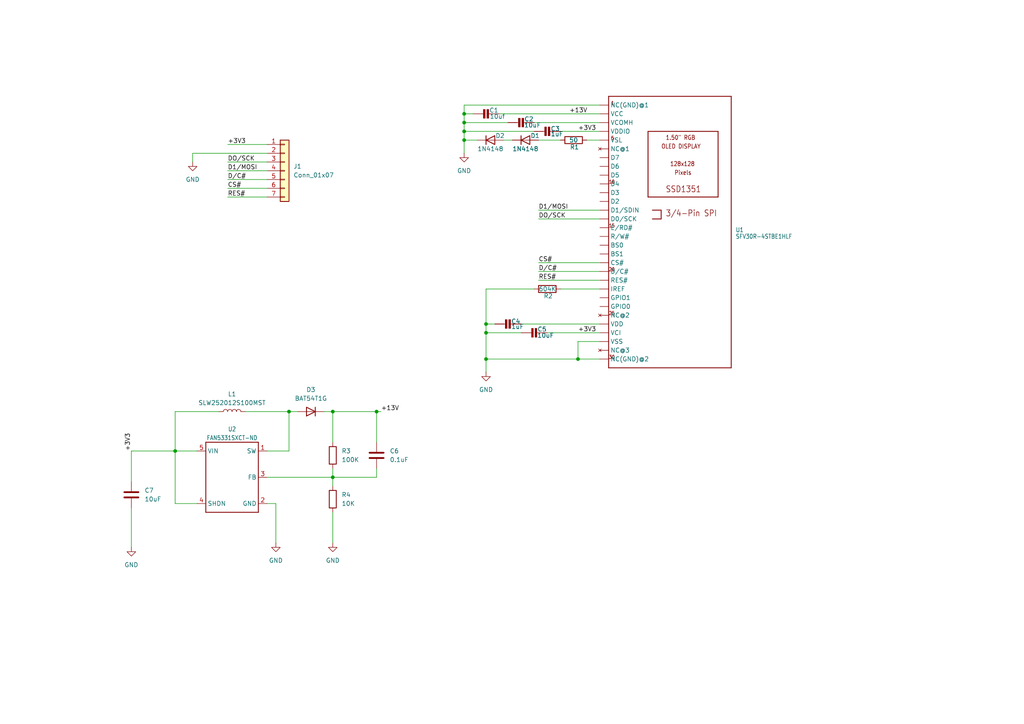
<source format=kicad_sch>
(kicad_sch (version 20231120) (generator "eeschema") (generator_version "8.0")
  (paper "A4")
  (lib_symbols
    (symbol "Connector_Generic:Conn_01x07" (pin_names (offset 1.016) hide)
      (property "Reference" "J" (at 0 10.16 0))
      (property "Value" "Conn_01x07" (at 0 -10.16 0))
      (symbol "Conn_01x07_1_1"
        (rectangle (start -1.27 -7.493) (end 0 -7.747) (stroke (width 0.1524)))
        (rectangle (start -1.27 -4.953) (end 0 -5.207) (stroke (width 0.1524)))
        (rectangle (start -1.27 -2.413) (end 0 -2.667) (stroke (width 0.1524)))
        (rectangle (start -1.27 0.127) (end 0 -0.127) (stroke (width 0.1524)))
        (rectangle (start -1.27 2.667) (end 0 2.413) (stroke (width 0.1524)))
        (rectangle (start -1.27 5.207) (end 0 4.953) (stroke (width 0.1524)))
        (rectangle (start -1.27 7.747) (end 0 7.493) (stroke (width 0.1524)))
        (rectangle (start -1.27 8.89) (end 1.27 -8.89) (stroke (width 0.254)) (fill (type background)))
        (pin passive line (at -5.08 7.62 0) (length 3.81) (name "Pin_1") (number "1"))
        (pin passive line (at -5.08 5.08 0) (length 3.81) (name "Pin_2") (number "2"))
        (pin passive line (at -5.08 2.54 0) (length 3.81) (name "Pin_3") (number "3"))
        (pin passive line (at -5.08 0 0) (length 3.81) (name "Pin_4") (number "4"))
        (pin passive line (at -5.08 -2.54 0) (length 3.81) (name "Pin_5") (number "5"))
        (pin passive line (at -5.08 -5.08 0) (length 3.81) (name "Pin_6") (number "6"))
        (pin passive line (at -5.08 -7.62 0) (length 3.81) (name "Pin_7") (number "7"))
      )
    )
    (symbol "Device:C" (pin_numbers hide) (pin_names (offset 0.254))
      (property "Reference" "C" (at 0.635 2.54 0))
      (property "Value" "C" (at 0.635 -2.54 0))
      (symbol "C_0_1"
        (polyline (pts (xy -2.032 -0.762) (xy 2.032 -0.762)) (stroke (width 0.508)))
        (polyline (pts (xy -2.032 0.762) (xy 2.032 0.762)) (stroke (width 0.508)))
      )
      (symbol "C_1_1"
        (pin passive line (at 0 3.81 270) (length 2.794) (name "~") (number "1"))
        (pin passive line (at 0 -3.81 90) (length 2.794) (name "~") (number "2"))
      )
    )
    (symbol "Device:D" (pin_numbers hide) (pin_names (offset 1.016) hide)
      (property "Reference" "D" (at 0 2.54 0))
      (property "Value" "D" (at 0 -2.54 0))
      (symbol "D_0_1"
        (polyline (pts (xy -1.27 1.27) (xy -1.27 -1.27)) (stroke (width 0.254)))
        (polyline (pts (xy 1.27 0) (xy -1.27 0)))
        (polyline (pts (xy 1.27 1.27) (xy 1.27 -1.27) (xy -1.27 0) (xy 1.27 1.27)) (stroke (width 0.254)))
      )
      (symbol "D_1_1"
        (pin passive line (at -3.81 0 0) (length 2.54) (name "K") (number "1"))
        (pin passive line (at 3.81 0 180) (length 2.54) (name "A") (number "2"))
      )
    )
    (symbol "Device:L" (pin_numbers hide) (pin_names (offset 1.016) hide)
      (property "Reference" "L" (at -1.27 0 90))
      (property "Value" "L" (at 1.905 0 90))
      (symbol "L_0_1"
        (arc (start 0 -2.54) (mid 0.6323 -1.905) (end 0 -1.27))
        (arc (start 0 -1.27) (mid 0.6323 -0.635) (end 0 0))
        (arc (start 0 0) (mid 0.6323 0.635) (end 0 1.27))
        (arc (start 0 1.27) (mid 0.6323 1.905) (end 0 2.54))
      )
      (symbol "L_1_1"
        (pin passive line (at 0 3.81 270) (length 1.27) (name "1") (number "1"))
        (pin passive line (at 0 -3.81 90) (length 1.27) (name "2") (number "2"))
      )
    )
    (symbol "Device:R" (pin_numbers hide) (pin_names (offset 0))
      (property "Reference" "R" (at 2.032 0 90))
      (property "Value" "R" (at 0 0 90))
      (symbol "R_0_1"
        (rectangle (start -1.016 -2.54) (end 1.016 2.54) (stroke (width 0.254)))
      )
      (symbol "R_1_1"
        (pin passive line (at 0 3.81 270) (length 1.27) (name "~") (number "1"))
        (pin passive line (at 0 -3.81 90) (length 1.27) (name "~") (number "2"))
      )
    )
    (symbol "SSD1351:CAP_CERAMIC_0402"
      (property "Reference" "C" (at -1.79 0.54 90))
      (symbol "CAP_CERAMIC_0402_1_0"
        (rectangle (start -1.27 0.508) (end 1.27 1.016) (fill (type outline)))
        (rectangle (start -1.27 1.524) (end 1.27 2.032) (fill (type outline)))
        (polyline (pts (xy 0 0.762) (xy 0 0)) (stroke (width 0.1524)))
        (polyline (pts (xy 0 2.54) (xy 0 1.778)) (stroke (width 0.1524)))
        (pin passive line (at 0 5.08 270) (length 2.54) (name "P$1") (number "1"))
        (pin passive line (at 0 -2.54 90) (length 2.54) (name "P$2") (number "2"))
      )
    )
    (symbol "SSD1351:CAP_CERAMIC_0805"
      (property "Reference" "C" (at -1.79 0.54 90))
      (symbol "CAP_CERAMIC_0805_1_0"
        (rectangle (start -1.27 0.508) (end 1.27 1.016) (fill (type outline)))
        (rectangle (start -1.27 1.524) (end 1.27 2.032) (fill (type outline)))
        (polyline (pts (xy 0 0.762) (xy 0 0)) (stroke (width 0.1524)))
        (polyline (pts (xy 0 2.54) (xy 0 1.778)) (stroke (width 0.1524)))
        (pin passive line (at 0 5.08 270) (length 2.54) (name "P$1") (number "1"))
        (pin passive line (at 0 -2.54 90) (length 2.54) (name "P$2") (number "2"))
      )
    )
    (symbol "SSD1351:DISP_OLED_UG-2828GDEDF11TOP"
      (property "Reference" "U1" (at 19.05 -0.6349 0))
      (property "Value" "~" (at 19.05 -2.54 0))
      (symbol "DISP_OLED_UG-2828GDEDF11TOP_1_0"
        (polyline (pts (xy -17.78 -40.64) (xy -17.78 38.1)) (stroke (width 0.254)))
        (polyline (pts (xy -17.78 38.1) (xy 17.78 38.1)) (stroke (width 0.254)))
        (polyline (pts (xy -6.35 8.89) (xy -6.35 27.94)) (stroke (width 0.254)))
        (polyline (pts (xy -6.35 27.94) (xy 13.97 27.94)) (stroke (width 0.254)))
        (polyline (pts (xy -5.08 5.08) (xy -2.54 5.08)) (stroke (width 0.254)))
        (polyline (pts (xy -2.54 2.54) (xy -5.08 2.54)) (stroke (width 0.254)))
        (polyline (pts (xy -2.54 5.08) (xy -2.54 2.54)) (stroke (width 0.254)))
        (polyline (pts (xy 13.97 8.89) (xy -6.35 8.89)) (stroke (width 0.254)))
        (polyline (pts (xy 13.97 27.94) (xy 13.97 8.89)) (stroke (width 0.254)))
        (polyline (pts (xy 17.78 -40.64) (xy -17.78 -40.64)) (stroke (width 0.254)))
        (polyline (pts (xy 17.78 38.1) (xy 17.78 -40.64)) (stroke (width 0.254)))
        (text "1" (at -17.145 35.56 0) (effects (font (size 1.016 0.8636)) (justify left bottom)))
        (text "1.50\" RGB" (at -1.27 25.4 0) (effects (font (size 1.27 1.0795)) (justify left bottom)))
        (text "10" (at -17.78 12.7 0) (effects (font (size 1.016 0.8636)) (justify left bottom)))
        (text "128x128" (at 0 17.78 0) (effects (font (size 1.27 1.0795)) (justify left bottom)))
        (text "15" (at -17.78 0 0) (effects (font (size 1.016 0.8636)) (justify left bottom)))
        (text "20" (at -17.78 -12.7 0) (effects (font (size 1.016 0.8636)) (justify left bottom)))
        (text "25" (at -17.78 -25.4 0) (effects (font (size 1.016 0.8636)) (justify left bottom)))
        (text "3/4-Pin SPI" (at -1.27 3.175 0) (effects (font (size 1.778 1.5113)) (justify left bottom)))
        (text "30" (at -17.78 -38.1 0) (effects (font (size 1.016 0.8636)) (justify left bottom)))
        (text "5" (at -17.145 25.4 0) (effects (font (size 1.016 0.8636)) (justify left bottom)))
        (text "OLED DISPLAY" (at -2.54 22.86 0) (effects (font (size 1.27 1.0795)) (justify left bottom)))
        (text "Pixels" (at 1.27 15.24 0) (effects (font (size 1.27 1.0795)) (justify left bottom)))
        (text "SSD1351" (at -1.27 10.16 0) (effects (font (size 1.778 1.5113)) (justify left bottom)))
        (pin power_in line (at -20.32 35.56 0) (length 2.54) (name "NC(GND)@1") (number "1"))
        (pin bidirectional line (at -20.32 12.7 0) (length 2.54) (name "D4") (number "10"))
        (pin bidirectional line (at -20.32 10.16 0) (length 2.54) (name "D3") (number "11"))
        (pin bidirectional line (at -20.32 7.62 0) (length 2.54) (name "D2") (number "12"))
        (pin bidirectional line (at -20.32 5.08 0) (length 2.54) (name "D1/SDIN") (number "13"))
        (pin bidirectional line (at -20.32 2.54 0) (length 2.54) (name "D0/SCK") (number "14"))
        (pin bidirectional line (at -20.32 0 0) (length 2.54) (name "E/RD#") (number "15"))
        (pin bidirectional line (at -20.32 -2.54 0) (length 2.54) (name "R/W#") (number "16"))
        (pin bidirectional line (at -20.32 -5.08 0) (length 2.54) (name "BS0") (number "17"))
        (pin bidirectional line (at -20.32 -7.62 0) (length 2.54) (name "BS1") (number "18"))
        (pin bidirectional line (at -20.32 -10.16 0) (length 2.54) (name "CS#") (number "19"))
        (pin power_in line (at -20.32 33.02 0) (length 2.54) (name "VCC") (number "2"))
        (pin bidirectional line (at -20.32 -12.7 0) (length 2.54) (name "D/C#") (number "20"))
        (pin bidirectional line (at -20.32 -15.24 0) (length 2.54) (name "RES#") (number "21"))
        (pin bidirectional line (at -20.32 -17.78 0) (length 2.54) (name "IREF") (number "22"))
        (pin bidirectional line (at -20.32 -20.32 0) (length 2.54) (name "GPIO1") (number "23"))
        (pin bidirectional line (at -20.32 -22.86 0) (length 2.54) (name "GPIO0") (number "24"))
        (pin no_connect line (at -20.32 -25.4 0) (length 2.54) (name "NC@2") (number "25"))
        (pin power_in line (at -20.32 -27.94 0) (length 2.54) (name "VDD") (number "26"))
        (pin power_in line (at -20.32 -30.48 0) (length 2.54) (name "VCI") (number "27"))
        (pin power_in line (at -20.32 -33.02 0) (length 2.54) (name "VSS") (number "28"))
        (pin no_connect line (at -20.32 -35.56 0) (length 2.54) (name "NC@3") (number "29"))
        (pin power_in line (at -20.32 30.48 0) (length 2.54) (name "VCOMH") (number "3"))
        (pin power_in line (at -20.32 -38.1 0) (length 2.54) (name "NC(GND)@2") (number "30"))
        (pin power_in line (at -20.32 27.94 0) (length 2.54) (name "VDDIO") (number "4"))
        (pin bidirectional line (at -20.32 25.4 0) (length 2.54) (name "VSL") (number "5"))
        (pin no_connect line (at -20.32 22.86 0) (length 2.54) (name "NC@1") (number "6"))
        (pin bidirectional line (at -20.32 20.32 0) (length 2.54) (name "D7") (number "7"))
        (pin bidirectional line (at -20.32 17.78 0) (length 2.54) (name "D6") (number "8"))
        (pin bidirectional line (at -20.32 15.24 0) (length 2.54) (name "D5") (number "9"))
      )
    )
    (symbol "SSD1351:FAN5331"
      (property "Reference" "U" (at -7.62 12.7 0))
      (symbol "FAN5331_1_0"
        (polyline (pts (xy -7.62 -10.16) (xy -7.62 10.16)) (stroke (width 0.254)))
        (polyline (pts (xy -7.62 10.16) (xy 7.62 10.16)) (stroke (width 0.254)))
        (polyline (pts (xy 7.62 -10.16) (xy -7.62 -10.16)) (stroke (width 0.254)))
        (polyline (pts (xy 7.62 10.16) (xy 7.62 -10.16)) (stroke (width 0.254)))
        (pin bidirectional line (at 10.16 7.62 180) (length 2.54) (name "SW") (number "1"))
        (pin bidirectional line (at 10.16 -7.62 180) (length 2.54) (name "GND") (number "2"))
        (pin bidirectional line (at 10.16 0 180) (length 2.54) (name "FB") (number "3"))
        (pin bidirectional line (at -10.16 -7.62 0) (length 2.54) (name "SHDN") (number "4"))
        (pin bidirectional line (at -10.16 7.62 0) (length 2.54) (name "VIN") (number "5"))
      )
    )
    (symbol "power:GND" (power) (pin_numbers hide) (pin_names (offset 0) hide)
      (property "Value" "GND" (at 0 -3.81 0))
      (symbol "GND_0_1"
        (polyline (pts (xy 0 0) (xy 0 -1.27) (xy 1.27 -1.27) (xy 0 -2.54) (xy -1.27 -1.27) (xy 0 -1.27)))
      )
      (symbol "GND_1_1"
        (pin power_in line (at 0 0 270) (length 0) (name "~") (number "1"))
      )
    )
  )
  (junction (at 134.62 33.02))
  (junction (at 134.62 38.1))
  (junction (at 109.22 119.38))
  (junction (at 140.97 93.98))
  (junction (at 134.62 40.64))
  (junction (at 140.97 96.52))
  (junction (at 96.52 119.38))
  (junction (at 140.97 104.14))
  (junction (at 50.8 130.81))
  (junction (at 96.52 138.43))
  (junction (at 134.62 35.56))
  (junction (at 167.64 104.14))
  (junction (at 83.82 119.38))
  (wire (pts (xy 38.1 130.81) (xy 50.8 130.81)))
  (wire (pts (xy 93.98 119.38) (xy 96.52 119.38)))
  (wire (pts (xy 134.62 38.1) (xy 134.62 40.64)))
  (wire (pts (xy 162.56 40.64) (xy 156.21 40.64)))
  (wire (pts (xy 173.99 35.56) (xy 154.94 35.56)))
  (wire (pts (xy 134.62 30.48) (xy 173.99 30.48)))
  (wire (pts (xy 134.62 35.56) (xy 134.62 38.1)))
  (wire (pts (xy 134.62 30.48) (xy 134.62 33.02)))
  (wire (pts (xy 83.82 130.81) (xy 83.82 119.38)))
  (wire (pts (xy 80.01 146.05) (xy 80.01 157.48)))
  (wire (pts (xy 154.94 38.1) (xy 134.62 38.1)))
  (wire (pts (xy 96.52 148.59) (xy 96.52 157.48)))
  (wire (pts (xy 77.47 54.61) (xy 66.04 54.61)))
  (wire (pts (xy 140.97 104.14) (xy 140.97 107.95)))
  (wire (pts (xy 148.59 40.64) (xy 146.05 40.64)))
  (wire (pts (xy 57.15 146.05) (xy 50.8 146.05)))
  (wire (pts (xy 173.99 83.82) (xy 162.56 83.82)))
  (wire (pts (xy 77.47 41.91) (xy 66.04 41.91)))
  (wire (pts (xy 173.99 76.2) (xy 156.21 76.2)))
  (wire (pts (xy 167.64 99.06) (xy 167.64 104.14)))
  (wire (pts (xy 50.8 130.81) (xy 50.8 119.38)))
  (wire (pts (xy 140.97 93.98) (xy 140.97 96.52)))
  (wire (pts (xy 77.47 49.53) (xy 66.04 49.53)))
  (wire (pts (xy 173.99 33.02) (xy 144.78 33.02)))
  (wire (pts (xy 50.8 146.05) (xy 50.8 130.81)))
  (wire (pts (xy 109.22 119.38) (xy 110.49 119.38)))
  (wire (pts (xy 154.94 83.82) (xy 140.97 83.82)))
  (wire (pts (xy 173.99 40.64) (xy 170.18 40.64)))
  (wire (pts (xy 138.43 40.64) (xy 134.62 40.64)))
  (wire (pts (xy 77.47 57.15) (xy 66.04 57.15)))
  (wire (pts (xy 173.99 60.96) (xy 156.21 60.96)))
  (wire (pts (xy 57.15 130.81) (xy 50.8 130.81)))
  (wire (pts (xy 134.62 40.64) (xy 134.62 44.45)))
  (wire (pts (xy 50.8 119.38) (xy 63.5 119.38)))
  (wire (pts (xy 173.99 96.52) (xy 158.75 96.52)))
  (wire (pts (xy 173.99 99.06) (xy 167.64 99.06)))
  (wire (pts (xy 38.1 139.7) (xy 38.1 130.81)))
  (wire (pts (xy 109.22 128.27) (xy 109.22 119.38)))
  (wire (pts (xy 143.51 93.98) (xy 140.97 93.98)))
  (wire (pts (xy 167.64 104.14) (xy 173.99 104.14)))
  (wire (pts (xy 77.47 52.07) (xy 66.04 52.07)))
  (wire (pts (xy 83.82 119.38) (xy 86.36 119.38)))
  (wire (pts (xy 77.47 146.05) (xy 80.01 146.05)))
  (wire (pts (xy 96.52 128.27) (xy 96.52 119.38)))
  (wire (pts (xy 77.47 44.45) (xy 55.88 44.45)))
  (wire (pts (xy 140.97 104.14) (xy 167.64 104.14)))
  (wire (pts (xy 140.97 83.82) (xy 140.97 93.98)))
  (wire (pts (xy 96.52 135.89) (xy 96.52 138.43)))
  (wire (pts (xy 173.99 93.98) (xy 151.13 93.98)))
  (wire (pts (xy 173.99 81.28) (xy 156.21 81.28)))
  (wire (pts (xy 173.99 63.5) (xy 156.21 63.5)))
  (wire (pts (xy 140.97 96.52) (xy 140.97 104.14)))
  (wire (pts (xy 137.16 33.02) (xy 134.62 33.02)))
  (wire (pts (xy 96.52 138.43) (xy 96.52 140.97)))
  (wire (pts (xy 77.47 138.43) (xy 96.52 138.43)))
  (wire (pts (xy 77.47 130.81) (xy 83.82 130.81)))
  (wire (pts (xy 151.13 96.52) (xy 140.97 96.52)))
  (wire (pts (xy 173.99 78.74) (xy 156.21 78.74)))
  (wire (pts (xy 173.99 38.1) (xy 162.56 38.1)))
  (wire (pts (xy 55.88 44.45) (xy 55.88 46.99)))
  (wire (pts (xy 77.47 46.99) (xy 66.04 46.99)))
  (wire (pts (xy 109.22 138.43) (xy 96.52 138.43)))
  (wire (pts (xy 147.32 35.56) (xy 134.62 35.56)))
  (wire (pts (xy 71.12 119.38) (xy 83.82 119.38)))
  (wire (pts (xy 96.52 119.38) (xy 109.22 119.38)))
  (wire (pts (xy 109.22 135.89) (xy 109.22 138.43)))
  (wire (pts (xy 38.1 147.32) (xy 38.1 158.75)))
  (wire (pts (xy 134.62 33.02) (xy 134.62 35.56)))
  (label "+3V3" (at 66.04 41.91 0))
  (label "RES#" (at 66.04 57.15 0))
  (label "CS#" (at 156.21 76.2 0))
  (label "DO{slash}SCK" (at 66.04 46.99 0))
  (label "+3V3" (at 167.64 38.1 0))
  (label "+3V3" (at 38.1 130.81 90))
  (label "+3V3" (at 167.64 96.52 0))
  (label "CS#" (at 66.04 54.61 0))
  (label "DO{slash}SCK" (at 156.21 63.5 0))
  (label "D{slash}C#" (at 156.21 78.74 0))
  (label "+13V" (at 110.49 119.38 0))
  (label "D1{slash}MOSI" (at 66.04 49.53 0))
  (label "D{slash}C#" (at 66.04 52.07 0))
  (label "+13V" (at 165.1 33.02 0))
  (label "RES#" (at 156.21 81.28 0))
  (label "D1{slash}MOSI" (at 156.21 60.96 0))
  (symbol (lib_id "Device:L") (at 67.31 119.38 90) (unit 1)
    (property "Reference" "L1" (at 67.31 114.3 90))
    (property "Value" "SLW252012S100MST" (at 67.31 116.84 90))
    (property "Footprint" "Inductor_SMD:L_1008_2520Metric_Pad1.43x2.20mm_HandSolder" (effects (hide yes)))
    (property "Description" "Inductor" (effects (hide yes)))
  )
  (symbol (lib_id "Device:D") (at 152.4 40.64 0) (unit 1)
    (property "Reference" "D1" (at 155.194 39.37 0))
    (property "Value" "1N4148" (at 152.4 43.18 0))
    (property "Footprint" "Diode_SMD:D_SOD-323" (effects (hide yes)))
    (property "Description" "Diode" (effects (hide yes)))
    (property "Sim.Device" "D" (effects (hide yes)))
    (property "Sim.Pins" "1=K 2=A" (effects (hide yes)))
  )
  (symbol (lib_id "power:GND") (at 55.88 46.99 0) (unit 1)
    (property "Reference" "#PWR06" (effects (hide yes)))
    (property "Value" "GND" (at 55.88 52.07 0))
    (property "Description" "Power symbol creates a global label with name \"GND\" , ground" (effects (hide yes)))
  )
  (symbol (lib_id "Device:D") (at 90.17 119.38 180) (unit 1)
    (property "Reference" "D3" (at 90.17 113.03 0))
    (property "Value" "BAT54T1G" (at 90.17 115.57 0))
    (property "Footprint" "Diode_SMD:D_SOD-123" (effects (hide yes)))
    (property "Description" "Diode" (effects (hide yes)))
    (property "Sim.Device" "D" (effects (hide yes)))
    (property "Sim.Pins" "1=K 2=A" (effects (hide yes)))
  )
  (symbol (lib_id "Device:C") (at 38.1 143.51 0) (unit 1)
    (property "Reference" "C7" (at 41.91 142.2399 0) (effects (justify left)))
    (property "Value" "10uF" (at 41.91 144.7799 0) (effects (justify left)))
    (property "Footprint" "Capacitor_SMD:C_0805_2012Metric" (effects (hide yes)))
    (property "Description" "Unpolarized capacitor" (effects (hide yes)))
  )
  (symbol (lib_id "SSD1351:CAP_CERAMIC_0402") (at 146.05 93.98 270) (unit 1)
    (property "Reference" "C4" (at 149.606 93.218 90))
    (property "Value" "1uF" (at 150.114 94.742 90))
    (property "Footprint" "Capacitor_SMD:C_0603_1608Metric" (effects (hide yes)))
    (property "Description" "Ceramic Capacitors\n\nFor new designs, use the packages preceded by an '_' character since they are more reliable:\n\nThe following footprints should be used on most boards:\n\n• _0402 - Standard footprint for regular board layouts\n• _0603 - Standard footprint for regular board layouts\n• _0805 - Standard footprint for regular board layouts\n\nFor extremely tight-pitch boards where space is at a premium, the following 'micro-pitch' footprints can be used (smaller pads, no silkscreen outline, etc.):\n\n• _0402MP - Micro-pitch footprint for very dense/compact boards\n• _0603MP - Micro-pitch footprint for very dense/compact boards\n• _0805MP - Micro-pitch footprint for very dense/compact boards\n\nCommonly Stocked Parts\n\n0402 - 0402 Surface Mount Capacitors\n\n• 16pF 50V 5% [Digikey: 445-4899-2-ND]\n• 18pF 50V 5% [Digikey: 490-1281-2-ND]\n• 22pF 50V 5% [Digikey: 490-1283-2-ND]\n• 68pF 50V 5% [Digikey: 490-1289-2-ND]\n• 0.1uF 10V 10% [Digikey: 490-1318-2-ND]\n• 1.0uF 6.3V 10% [Digikey: 490-1320-2-ND]\n\n0603 - 0603 Surface Mount Capacitors\n\n• 16 pF 50V 5% [Digikey: 445-5051-2-ND]\n• 22 pF 50V [Digikey: PCC220ACVTR-ND]\n• 33 pF 50V 5% [Digikey: 490-1415-1-ND]\n• 56pF 50V 5% [Digikey: 490-1421-1-ND]\n• 220pF 50V 5% [Digikey: 445-1285-1-ND]\n• 680 pF 50V\n• 2200 pF 50V 5% C0G [Digikey: 445-1297-1-ND]\n• 5600 pF 100V 5% X7R [Digikey: 478-3711-1-ND]\n• 0.1 µF 25V 10% [Digikey: PCC2277TR-ND]\n• 0.22 µF 16V 10% X7R [Digikey: 445-1318-1-ND]\n• 1.0 µF 25V 10% [Digikey: 445-5146-2-ND]\n\n0603 - RF Specific\n\n• 3pF 250V +/-0.1pF RF [Digikey: 712-1347-1-ND]\n• 18 pF 250V 5%  [Digikey: 478-3505-1-ND or 712-1322-1-ND]\n• 56 pF 250V 5% C0G RF [Digikey: 490-4867-1-ND]\n• 68 pF 250V RF [Digikey: 490-4868-1-ND]\n\n0805 - 0805 Surface Mount Capacitors\n\n• 220 pF 250V 2% RF Ceramic Capacitor [Digikey: 712-1398-1-ND]\n• 1000 pF 50V 2% NP0 Ceramic Capacitor [Digikey: 478-3760-1-ND]\n• 0.1 µF 25V 10% Ceramic Capacitor [Digikey: PCC1828TR-ND]\n• 1.0 µF 16V 10% Ceramic Capacitor[Digikey: 490-1691-2-ND]\n• 10.0 µF 10V 10% Ceramic Capacitor[Digikey: 709-1228-1-ND]\n• 10.0 uF 16V 10% Ceramic Capacitor [Digikey: 478-5165-2-ND]\n• 47 uF 6.3V 20% Ceramic Capacitor [Digikey: 587-1779-1-ND or 399-5506-1-ND]\n\n1206 - 1206 Surface Mount Capacitors\n\n• 47uF 10V 20% Ceramic Capacitor [Digikey: 490-5528-1-ND or 399-5508-1-ND or 445-6010-1-ND]\n• 100uF 6.3V -20%, +80% Y5V Ceramic Capacitor (Digikey: 490-4512-1-ND, Mouser: 81-GRM31CF50J107ZE1L)" (effects (hide yes)))
  )
  (symbol (lib_id "SSD1351:FAN5331") (at 67.31 138.43 0) (unit 1)
    (property "Reference" "U2" (at 67.31 124.46 0) (effects (font (size 1.27 1.0795))))
    (property "Value" "FAN5331SXCT-ND" (at 67.31 127 0) (effects (font (size 1.27 1.0795))))
    (property "Footprint" "SSD1351:SOT23-5" (effects (hide yes)))
    (property "Description" "FAN5331 - LED/OLED 20V Boost Converter\n\nDigikey: FAN5331SXCT-ND" (effects (hide yes)))
  )
  (symbol (lib_id "Device:R") (at 158.75 83.82 90) (unit 1)
    (property "Reference" "R2" (at 159.004 85.852 90))
    (property "Value" "604K" (at 158.75 83.82 90))
    (property "Footprint" "Resistor_SMD:R_0805_2012Metric" (effects (hide yes)))
    (property "Description" "Resistor" (effects (hide yes)))
  )
  (symbol (lib_id "power:GND") (at 80.01 157.48 0) (unit 1)
    (property "Reference" "#PWR04" (effects (hide yes)))
    (property "Value" "GND" (at 80.01 162.56 0))
    (property "Description" "Power symbol creates a global label with name \"GND\" , ground" (effects (hide yes)))
  )
  (symbol (lib_id "Device:R") (at 166.37 40.64 90) (unit 1)
    (property "Reference" "R1" (at 166.624 42.672 90))
    (property "Value" "50" (at 166.37 40.64 90))
    (property "Footprint" "Resistor_SMD:R_0805_2012Metric" (effects (hide yes)))
    (property "Description" "Resistor" (effects (hide yes)))
  )
  (symbol (lib_id "SSD1351:CAP_CERAMIC_0805") (at 139.7 33.02 270) (unit 1)
    (property "Reference" "C1" (at 143.256 32.004 90))
    (property "Value" "10uf" (at 144.272 33.782 90))
    (property "Footprint" "Capacitor_SMD:C_0805_2012Metric" (effects (hide yes)))
    (property "Description" "Ceramic Capacitors\n\nFor new designs, use the packages preceded by an '_' character since they are more reliable:\n\nThe following footprints should be used on most boards:\n\n• _0402 - Standard footprint for regular board layouts\n• _0603 - Standard footprint for regular board layouts\n• _0805 - Standard footprint for regular board layouts\n\nFor extremely tight-pitch boards where space is at a premium, the following 'micro-pitch' footprints can be used (smaller pads, no silkscreen outline, etc.):\n\n• _0402MP - Micro-pitch footprint for very dense/compact boards\n• _0603MP - Micro-pitch footprint for very dense/compact boards\n• _0805MP - Micro-pitch footprint for very dense/compact boards\n\nCommonly Stocked Parts\n\n0402 - 0402 Surface Mount Capacitors\n\n• 16pF 50V 5% [Digikey: 445-4899-2-ND]\n• 18pF 50V 5% [Digikey: 490-1281-2-ND]\n• 22pF 50V 5% [Digikey: 490-1283-2-ND]\n• 68pF 50V 5% [Digikey: 490-1289-2-ND]\n• 0.1uF 10V 10% [Digikey: 490-1318-2-ND]\n• 1.0uF 6.3V 10% [Digikey: 490-1320-2-ND]\n\n0603 - 0603 Surface Mount Capacitors\n\n• 16 pF 50V 5% [Digikey: 445-5051-2-ND]\n• 22 pF 50V [Digikey: PCC220ACVTR-ND]\n• 33 pF 50V 5% [Digikey: 490-1415-1-ND]\n• 56pF 50V 5% [Digikey: 490-1421-1-ND]\n• 220pF 50V 5% [Digikey: 445-1285-1-ND]\n• 680 pF 50V\n• 2200 pF 50V 5% C0G [Digikey: 445-1297-1-ND]\n• 5600 pF 100V 5% X7R [Digikey: 478-3711-1-ND]\n• 0.1 µF 25V 10% [Digikey: PCC2277TR-ND]\n• 0.22 µF 16V 10% X7R [Digikey: 445-1318-1-ND]\n• 1.0 µF 25V 10% [Digikey: 445-5146-2-ND]\n\n0603 - RF Specific\n\n• 3pF 250V +/-0.1pF RF [Digikey: 712-1347-1-ND]\n• 18 pF 250V 5%  [Digikey: 478-3505-1-ND or 712-1322-1-ND]\n• 56 pF 250V 5% C0G RF [Digikey: 490-4867-1-ND]\n• 68 pF 250V RF [Digikey: 490-4868-1-ND]\n\n0805 - 0805 Surface Mount Capacitors\n\n• 220 pF 250V 2% RF Ceramic Capacitor [Digikey: 712-1398-1-ND]\n• 1000 pF 50V 2% NP0 Ceramic Capacitor [Digikey: 478-3760-1-ND]\n• 0.1 µF 25V 10% Ceramic Capacitor [Digikey: PCC1828TR-ND]\n• 1.0 µF 16V 10% Ceramic Capacitor[Digikey: 490-1691-2-ND]\n• 10.0 µF 10V 10% Ceramic Capacitor[Digikey: 709-1228-1-ND]\n• 10.0 uF 16V 10% Ceramic Capacitor [Digikey: 478-5165-2-ND]\n• 47 uF 6.3V 20% Ceramic Capacitor [Digikey: 587-1779-1-ND or 399-5506-1-ND]\n\n1206 - 1206 Surface Mount Capacitors\n\n• 47uF 10V 20% Ceramic Capacitor [Digikey: 490-5528-1-ND or 399-5508-1-ND or 445-6010-1-ND]\n• 100uF 6.3V -20%, +80% Y5V Ceramic Capacitor (Digikey: 490-4512-1-ND, Mouser: 81-GRM31CF50J107ZE1L)" (effects (hide yes)))
  )
  (symbol (lib_id "power:GND") (at 96.52 157.48 0) (unit 1)
    (property "Reference" "#PWR03" (effects (hide yes)))
    (property "Value" "GND" (at 96.52 162.56 0))
    (property "Description" "Power symbol creates a global label with name \"GND\" , ground" (effects (hide yes)))
  )
  (symbol (lib_id "SSD1351:CAP_CERAMIC_0805") (at 149.86 35.56 270) (unit 1)
    (property "Reference" "C2" (at 153.416 34.544 90))
    (property "Value" "10uF" (at 154.432 36.322 90))
    (property "Footprint" "Capacitor_SMD:C_0805_2012Metric" (effects (hide yes)))
    (property "Description" "Ceramic Capacitors\n\nFor new designs, use the packages preceded by an '_' character since they are more reliable:\n\nThe following footprints should be used on most boards:\n\n• _0402 - Standard footprint for regular board layouts\n• _0603 - Standard footprint for regular board layouts\n• _0805 - Standard footprint for regular board layouts\n\nFor extremely tight-pitch boards where space is at a premium, the following 'micro-pitch' footprints can be used (smaller pads, no silkscreen outline, etc.):\n\n• _0402MP - Micro-pitch footprint for very dense/compact boards\n• _0603MP - Micro-pitch footprint for very dense/compact boards\n• _0805MP - Micro-pitch footprint for very dense/compact boards\n\nCommonly Stocked Parts\n\n0402 - 0402 Surface Mount Capacitors\n\n• 16pF 50V 5% [Digikey: 445-4899-2-ND]\n• 18pF 50V 5% [Digikey: 490-1281-2-ND]\n• 22pF 50V 5% [Digikey: 490-1283-2-ND]\n• 68pF 50V 5% [Digikey: 490-1289-2-ND]\n• 0.1uF 10V 10% [Digikey: 490-1318-2-ND]\n• 1.0uF 6.3V 10% [Digikey: 490-1320-2-ND]\n\n0603 - 0603 Surface Mount Capacitors\n\n• 16 pF 50V 5% [Digikey: 445-5051-2-ND]\n• 22 pF 50V [Digikey: PCC220ACVTR-ND]\n• 33 pF 50V 5% [Digikey: 490-1415-1-ND]\n• 56pF 50V 5% [Digikey: 490-1421-1-ND]\n• 220pF 50V 5% [Digikey: 445-1285-1-ND]\n• 680 pF 50V\n• 2200 pF 50V 5% C0G [Digikey: 445-1297-1-ND]\n• 5600 pF 100V 5% X7R [Digikey: 478-3711-1-ND]\n• 0.1 µF 25V 10% [Digikey: PCC2277TR-ND]\n• 0.22 µF 16V 10% X7R [Digikey: 445-1318-1-ND]\n• 1.0 µF 25V 10% [Digikey: 445-5146-2-ND]\n\n0603 - RF Specific\n\n• 3pF 250V +/-0.1pF RF [Digikey: 712-1347-1-ND]\n• 18 pF 250V 5%  [Digikey: 478-3505-1-ND or 712-1322-1-ND]\n• 56 pF 250V 5% C0G RF [Digikey: 490-4867-1-ND]\n• 68 pF 250V RF [Digikey: 490-4868-1-ND]\n\n0805 - 0805 Surface Mount Capacitors\n\n• 220 pF 250V 2% RF Ceramic Capacitor [Digikey: 712-1398-1-ND]\n• 1000 pF 50V 2% NP0 Ceramic Capacitor [Digikey: 478-3760-1-ND]\n• 0.1 µF 25V 10% Ceramic Capacitor [Digikey: PCC1828TR-ND]\n• 1.0 µF 16V 10% Ceramic Capacitor[Digikey: 490-1691-2-ND]\n• 10.0 µF 10V 10% Ceramic Capacitor[Digikey: 709-1228-1-ND]\n• 10.0 uF 16V 10% Ceramic Capacitor [Digikey: 478-5165-2-ND]\n• 47 uF 6.3V 20% Ceramic Capacitor [Digikey: 587-1779-1-ND or 399-5506-1-ND]\n\n1206 - 1206 Surface Mount Capacitors\n\n• 47uF 10V 20% Ceramic Capacitor [Digikey: 490-5528-1-ND or 399-5508-1-ND or 445-6010-1-ND]\n• 100uF 6.3V -20%, +80% Y5V Ceramic Capacitor (Digikey: 490-4512-1-ND, Mouser: 81-GRM31CF50J107ZE1L)" (effects (hide yes)))
  )
  (symbol (lib_id "SSD1351:DISP_OLED_UG-2828GDEDF11TOP") (at 194.31 66.04 0) (unit 1)
    (property "Reference" "U1" (at 213.36 66.6749 0) (effects (font (size 1.27 1.0795)) (justify left)))
    (property "Value" "SFV30R-4STBE1HLF" (at 213.36 68.58 0) (effects (font (size 1.27 1.0795)) (justify left)))
    (property "Footprint" "SSD1351:CONNECTORS_FPC_SFV30R_4STBE1HLF" (effects (hide yes)))
    (property "Description" "128x128 1.5\" RGB OLED - UG-2828GDEDF11\n\n30-Pin 0.5mm Pitch FPC Cable (Top+Bottom Contacts) - OMRON XF2M-3015-1A (Digikey: OR723TR-ND)\n\nThis FPC connector has contacts on the top and bottom, but the appropriate pin needs to be selected depending on whether the OLED will be inserted right-side up (use the TOP pinout) or upside-down (use the BOTTOM pinout)." (effects (hide yes)))
  )
  (symbol (lib_id "Connector_Generic:Conn_01x07") (at 82.55 49.53 0) (unit 1)
    (property "Reference" "J1" (at 85.09 48.2599 0) (effects (justify left)))
    (property "Value" "Conn_01x07" (at 85.09 50.7999 0) (effects (justify left)))
    (property "Footprint" "SSD1351:PinHeader_1x07_P2.54mm_Vertical" (effects (hide yes)))
    (property "Description" "Generic connector, single row, 01x07, script generated (kicad-library-utils/schlib/autogen/connector/)" (effects (hide yes)))
  )
  (symbol (lib_id "power:GND") (at 140.97 107.95 0) (unit 1)
    (property "Reference" "#PWR02" (effects (hide yes)))
    (property "Value" "GND" (at 140.97 113.03 0))
    (property "Description" "Power symbol creates a global label with name \"GND\" , ground" (effects (hide yes)))
  )
  (symbol (lib_id "power:GND") (at 38.1 158.75 0) (unit 1)
    (property "Reference" "#PWR05" (effects (hide yes)))
    (property "Value" "GND" (at 38.1 163.83 0))
    (property "Description" "Power symbol creates a global label with name \"GND\" , ground" (effects (hide yes)))
  )
  (symbol (lib_id "Device:D") (at 142.24 40.64 0) (unit 1)
    (property "Reference" "D2" (at 145.034 39.37 0))
    (property "Value" "1N4148" (at 142.24 43.18 0))
    (property "Footprint" "Diode_SMD:D_SOD-323" (effects (hide yes)))
    (property "Description" "Diode" (effects (hide yes)))
    (property "Sim.Device" "D" (effects (hide yes)))
    (property "Sim.Pins" "1=K 2=A" (effects (hide yes)))
  )
  (symbol (lib_id "power:GND") (at 134.62 44.45 0) (unit 1)
    (property "Reference" "#PWR01" (effects (hide yes)))
    (property "Value" "GND" (at 134.62 49.53 0))
    (property "Description" "Power symbol creates a global label with name \"GND\" , ground" (effects (hide yes)))
  )
  (symbol (lib_id "Device:R") (at 96.52 132.08 180) (unit 1)
    (property "Reference" "R3" (at 99.06 130.8099 0) (effects (justify right)))
    (property "Value" "100K" (at 99.06 133.3499 0) (effects (justify right)))
    (property "Footprint" "Resistor_SMD:R_0805_2012Metric" (effects (hide yes)))
    (property "Description" "Resistor" (effects (hide yes)))
  )
  (symbol (lib_id "SSD1351:CAP_CERAMIC_0402") (at 157.48 38.1 270) (unit 1)
    (property "Reference" "C3" (at 161.036 37.338 90))
    (property "Value" "1uF" (at 161.544 38.862 90))
    (property "Footprint" "Capacitor_SMD:C_0603_1608Metric" (effects (hide yes)))
    (property "Description" "Ceramic Capacitors\n\nFor new designs, use the packages preceded by an '_' character since they are more reliable:\n\nThe following footprints should be used on most boards:\n\n• _0402 - Standard footprint for regular board layouts\n• _0603 - Standard footprint for regular board layouts\n• _0805 - Standard footprint for regular board layouts\n\nFor extremely tight-pitch boards where space is at a premium, the following 'micro-pitch' footprints can be used (smaller pads, no silkscreen outline, etc.):\n\n• _0402MP - Micro-pitch footprint for very dense/compact boards\n• _0603MP - Micro-pitch footprint for very dense/compact boards\n• _0805MP - Micro-pitch footprint for very dense/compact boards\n\nCommonly Stocked Parts\n\n0402 - 0402 Surface Mount Capacitors\n\n• 16pF 50V 5% [Digikey: 445-4899-2-ND]\n• 18pF 50V 5% [Digikey: 490-1281-2-ND]\n• 22pF 50V 5% [Digikey: 490-1283-2-ND]\n• 68pF 50V 5% [Digikey: 490-1289-2-ND]\n• 0.1uF 10V 10% [Digikey: 490-1318-2-ND]\n• 1.0uF 6.3V 10% [Digikey: 490-1320-2-ND]\n\n0603 - 0603 Surface Mount Capacitors\n\n• 16 pF 50V 5% [Digikey: 445-5051-2-ND]\n• 22 pF 50V [Digikey: PCC220ACVTR-ND]\n• 33 pF 50V 5% [Digikey: 490-1415-1-ND]\n• 56pF 50V 5% [Digikey: 490-1421-1-ND]\n• 220pF 50V 5% [Digikey: 445-1285-1-ND]\n• 680 pF 50V\n• 2200 pF 50V 5% C0G [Digikey: 445-1297-1-ND]\n• 5600 pF 100V 5% X7R [Digikey: 478-3711-1-ND]\n• 0.1 µF 25V 10% [Digikey: PCC2277TR-ND]\n• 0.22 µF 16V 10% X7R [Digikey: 445-1318-1-ND]\n• 1.0 µF 25V 10% [Digikey: 445-5146-2-ND]\n\n0603 - RF Specific\n\n• 3pF 250V +/-0.1pF RF [Digikey: 712-1347-1-ND]\n• 18 pF 250V 5%  [Digikey: 478-3505-1-ND or 712-1322-1-ND]\n• 56 pF 250V 5% C0G RF [Digikey: 490-4867-1-ND]\n• 68 pF 250V RF [Digikey: 490-4868-1-ND]\n\n0805 - 0805 Surface Mount Capacitors\n\n• 220 pF 250V 2% RF Ceramic Capacitor [Digikey: 712-1398-1-ND]\n• 1000 pF 50V 2% NP0 Ceramic Capacitor [Digikey: 478-3760-1-ND]\n• 0.1 µF 25V 10% Ceramic Capacitor [Digikey: PCC1828TR-ND]\n• 1.0 µF 16V 10% Ceramic Capacitor[Digikey: 490-1691-2-ND]\n• 10.0 µF 10V 10% Ceramic Capacitor[Digikey: 709-1228-1-ND]\n• 10.0 uF 16V 10% Ceramic Capacitor [Digikey: 478-5165-2-ND]\n• 47 uF 6.3V 20% Ceramic Capacitor [Digikey: 587-1779-1-ND or 399-5506-1-ND]\n\n1206 - 1206 Surface Mount Capacitors\n\n• 47uF 10V 20% Ceramic Capacitor [Digikey: 490-5528-1-ND or 399-5508-1-ND or 445-6010-1-ND]\n• 100uF 6.3V -20%, +80% Y5V Ceramic Capacitor (Digikey: 490-4512-1-ND, Mouser: 81-GRM31CF50J107ZE1L)" (effects (hide yes)))
  )
  (symbol (lib_id "SSD1351:CAP_CERAMIC_0805") (at 153.67 96.52 270) (unit 1)
    (property "Reference" "C5" (at 157.226 95.504 90))
    (property "Value" "10uF" (at 158.242 97.282 90))
    (property "Footprint" "Capacitor_SMD:C_0805_2012Metric" (effects (hide yes)))
    (property "Description" "Ceramic Capacitors\n\nFor new designs, use the packages preceded by an '_' character since they are more reliable:\n\nThe following footprints should be used on most boards:\n\n• _0402 - Standard footprint for regular board layouts\n• _0603 - Standard footprint for regular board layouts\n• _0805 - Standard footprint for regular board layouts\n\nFor extremely tight-pitch boards where space is at a premium, the following 'micro-pitch' footprints can be used (smaller pads, no silkscreen outline, etc.):\n\n• _0402MP - Micro-pitch footprint for very dense/compact boards\n• _0603MP - Micro-pitch footprint for very dense/compact boards\n• _0805MP - Micro-pitch footprint for very dense/compact boards\n\nCommonly Stocked Parts\n\n0402 - 0402 Surface Mount Capacitors\n\n• 16pF 50V 5% [Digikey: 445-4899-2-ND]\n• 18pF 50V 5% [Digikey: 490-1281-2-ND]\n• 22pF 50V 5% [Digikey: 490-1283-2-ND]\n• 68pF 50V 5% [Digikey: 490-1289-2-ND]\n• 0.1uF 10V 10% [Digikey: 490-1318-2-ND]\n• 1.0uF 6.3V 10% [Digikey: 490-1320-2-ND]\n\n0603 - 0603 Surface Mount Capacitors\n\n• 16 pF 50V 5% [Digikey: 445-5051-2-ND]\n• 22 pF 50V [Digikey: PCC220ACVTR-ND]\n• 33 pF 50V 5% [Digikey: 490-1415-1-ND]\n• 56pF 50V 5% [Digikey: 490-1421-1-ND]\n• 220pF 50V 5% [Digikey: 445-1285-1-ND]\n• 680 pF 50V\n• 2200 pF 50V 5% C0G [Digikey: 445-1297-1-ND]\n• 5600 pF 100V 5% X7R [Digikey: 478-3711-1-ND]\n• 0.1 µF 25V 10% [Digikey: PCC2277TR-ND]\n• 0.22 µF 16V 10% X7R [Digikey: 445-1318-1-ND]\n• 1.0 µF 25V 10% [Digikey: 445-5146-2-ND]\n\n0603 - RF Specific\n\n• 3pF 250V +/-0.1pF RF [Digikey: 712-1347-1-ND]\n• 18 pF 250V 5%  [Digikey: 478-3505-1-ND or 712-1322-1-ND]\n• 56 pF 250V 5% C0G RF [Digikey: 490-4867-1-ND]\n• 68 pF 250V RF [Digikey: 490-4868-1-ND]\n\n0805 - 0805 Surface Mount Capacitors\n\n• 220 pF 250V 2% RF Ceramic Capacitor [Digikey: 712-1398-1-ND]\n• 1000 pF 50V 2% NP0 Ceramic Capacitor [Digikey: 478-3760-1-ND]\n• 0.1 µF 25V 10% Ceramic Capacitor [Digikey: PCC1828TR-ND]\n• 1.0 µF 16V 10% Ceramic Capacitor[Digikey: 490-1691-2-ND]\n• 10.0 µF 10V 10% Ceramic Capacitor[Digikey: 709-1228-1-ND]\n• 10.0 uF 16V 10% Ceramic Capacitor [Digikey: 478-5165-2-ND]\n• 47 uF 6.3V 20% Ceramic Capacitor [Digikey: 587-1779-1-ND or 399-5506-1-ND]\n\n1206 - 1206 Surface Mount Capacitors\n\n• 47uF 10V 20% Ceramic Capacitor [Digikey: 490-5528-1-ND or 399-5508-1-ND or 445-6010-1-ND]\n• 100uF 6.3V -20%, +80% Y5V Ceramic Capacitor (Digikey: 490-4512-1-ND, Mouser: 81-GRM31CF50J107ZE1L)" (effects (hide yes)))
  )
  (symbol (lib_id "Device:R") (at 96.52 144.78 180) (unit 1)
    (property "Reference" "R4" (at 99.06 143.5099 0) (effects (justify right)))
    (property "Value" "10K" (at 99.06 146.0499 0) (effects (justify right)))
    (property "Footprint" "Resistor_SMD:R_0805_2012Metric" (effects (hide yes)))
    (property "Description" "Resistor" (effects (hide yes)))
  )
  (symbol (lib_id "Device:C") (at 109.22 132.08 0) (unit 1)
    (property "Reference" "C6" (at 113.03 130.8099 0) (effects (justify left)))
    (property "Value" "0.1uF" (at 113.03 133.3499 0) (effects (justify left)))
    (property "Footprint" "Capacitor_SMD:C_0603_1608Metric" (effects (hide yes)))
    (property "Description" "Unpolarized capacitor" (effects (hide yes)))
  )
)
</source>
